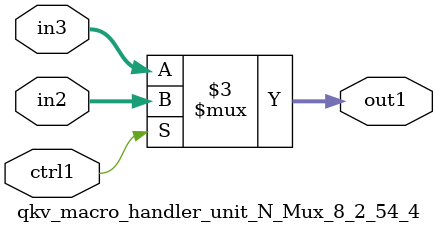
<source format=v>

`timescale 1ps / 1ps


module qkv_macro_handler_unit_N_Mux_8_2_54_4( in3, in2, ctrl1, out1 );

    input [7:0] in3;
    input [7:0] in2;
    input ctrl1;
    output [7:0] out1;
    reg [7:0] out1;

    
    // rtl_process:qkv_macro_handler_unit_N_Mux_8_2_54_4/qkv_macro_handler_unit_N_Mux_8_2_54_4_thread_1
    always @*
      begin : qkv_macro_handler_unit_N_Mux_8_2_54_4_thread_1
        case (ctrl1) 
          1'b1: 
            begin
              out1 = in2;
            end
          default: 
            begin
              out1 = in3;
            end
        endcase
      end

endmodule





</source>
